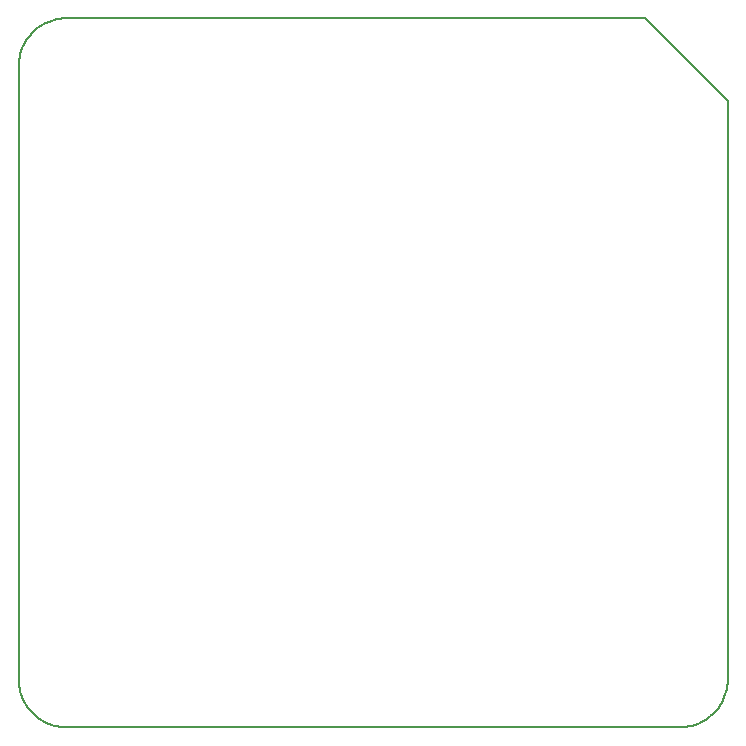
<source format=gko>
G04*
G04 #@! TF.GenerationSoftware,Altium Limited,Altium Designer,24.4.1 (13)*
G04*
G04 Layer_Color=16711935*
%FSLAX25Y25*%
%MOIN*%
G70*
G04*
G04 #@! TF.SameCoordinates,4848AC28-F08C-4A73-8BB8-69E0F556E231*
G04*
G04*
G04 #@! TF.FilePolarity,Positive*
G04*
G01*
G75*
%ADD13C,0.00787*%
D13*
X133183Y355006D02*
X132194Y354975D01*
X131209Y354882D01*
X130232Y354727D01*
X129266Y354511D01*
X128316Y354235D01*
X127385Y353900D01*
X126478Y353507D01*
X125596Y353058D01*
X124745Y352555D01*
X123926Y351999D01*
X123145Y351392D01*
X122403Y350738D01*
X121703Y350038D01*
X121049Y349296D01*
X120442Y348515D01*
X119886Y347696D01*
X119383Y346845D01*
X118933Y345963D01*
X118541Y345055D01*
X118205Y344125D01*
X117929Y343175D01*
X117714Y342209D01*
X117559Y341232D01*
X117466Y340247D01*
X117435Y339258D01*
X337907Y118786D02*
X338896Y118817D01*
X339881Y118910D01*
X340858Y119065D01*
X341824Y119281D01*
X342774Y119556D01*
X343704Y119892D01*
X344612Y120284D01*
X345494Y120734D01*
X346345Y121237D01*
X347164Y121793D01*
X347945Y122400D01*
X348688Y123054D01*
X349387Y123753D01*
X350041Y124496D01*
X350648Y125277D01*
X351204Y126096D01*
X351707Y126947D01*
X352156Y127829D01*
X352549Y128736D01*
X352885Y129667D01*
X353161Y130617D01*
X353376Y131583D01*
X353531Y132560D01*
X353624Y133545D01*
X353655Y134534D01*
X117435Y134534D02*
X117466Y133545D01*
X117559Y132560D01*
X117714Y131583D01*
X117929Y130617D01*
X118205Y129667D01*
X118541Y128736D01*
X118933Y127829D01*
X119383Y126947D01*
X119886Y126095D01*
X120442Y125277D01*
X121049Y124496D01*
X121703Y123753D01*
X122403Y123054D01*
X123145Y122400D01*
X123926Y121793D01*
X124745Y121237D01*
X125596Y120734D01*
X126478Y120284D01*
X127385Y119892D01*
X128316Y119556D01*
X129266Y119281D01*
X130232Y119065D01*
X131209Y118910D01*
X132194Y118817D01*
X133183Y118786D01*
X133183Y355006D02*
X326096D01*
X353655Y327447D01*
Y134534D02*
Y327447D01*
X133183Y118786D02*
X337907D01*
X117435Y134534D02*
Y339258D01*
M02*

</source>
